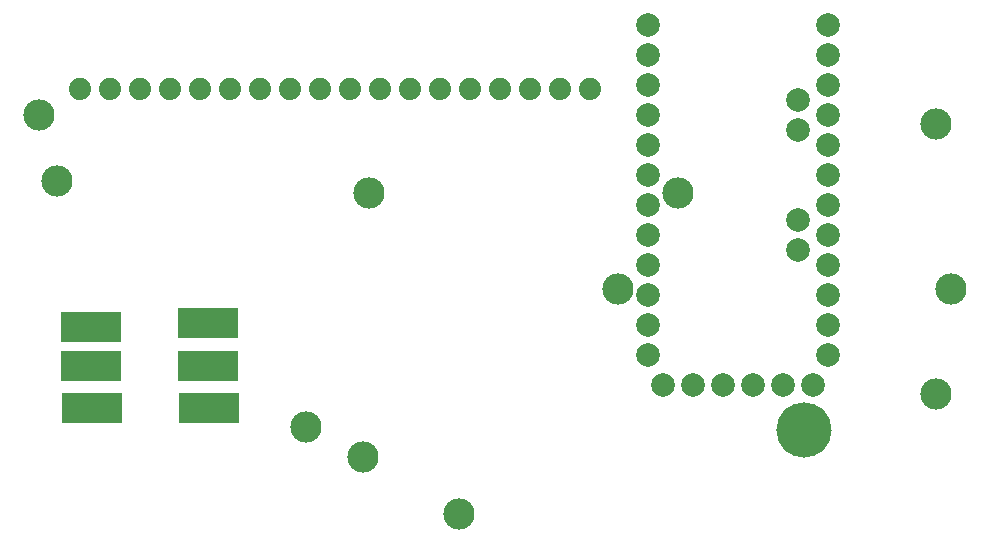
<source format=gbr>
G04 EAGLE Gerber X2 export*
%TF.Part,Single*%
%TF.FileFunction,Soldermask,Bot,1*%
%TF.FilePolarity,Negative*%
%TF.GenerationSoftware,Autodesk,EAGLE,9.1.0*%
%TF.CreationDate,2019-02-06T17:54:37Z*%
G75*
%MOMM*%
%FSLAX34Y34*%
%LPD*%
%AMOC8*
5,1,8,0,0,1.08239X$1,22.5*%
G01*
%ADD10C,4.673600*%
%ADD11C,2.641600*%
%ADD12C,1.879600*%
%ADD13C,2.006600*%
%ADD14R,5.181600X2.641600*%


D10*
X673100Y165100D03*
D11*
X25400Y431800D03*
X784860Y424180D03*
X784860Y195580D03*
X304800Y365760D03*
X566420Y365760D03*
X299720Y142240D03*
X515620Y284480D03*
X251460Y167640D03*
X381000Y93980D03*
X797560Y284480D03*
X40640Y375920D03*
D12*
X60249Y454152D03*
X85649Y454152D03*
X111049Y454152D03*
X136449Y454152D03*
X161849Y454152D03*
X187249Y454152D03*
X212649Y454152D03*
X238049Y454152D03*
X263449Y454152D03*
X288849Y454152D03*
X314249Y454152D03*
X339649Y454152D03*
X365049Y454152D03*
X390449Y454152D03*
X415849Y454152D03*
X441249Y454152D03*
X466649Y454152D03*
X492049Y454152D03*
D13*
X553415Y203606D03*
X578815Y203606D03*
X604215Y203606D03*
X629615Y203606D03*
X655015Y203606D03*
X680415Y203606D03*
X540715Y229006D03*
X540715Y254406D03*
X540715Y279806D03*
X540715Y305206D03*
X540715Y330606D03*
X540715Y356006D03*
X540715Y381406D03*
X693115Y229006D03*
X693115Y254406D03*
X693115Y279806D03*
X693115Y305206D03*
X693115Y330606D03*
X667715Y317906D03*
X667715Y343306D03*
X693115Y356006D03*
X693115Y381406D03*
X693115Y406806D03*
X693115Y432206D03*
X693115Y457606D03*
X693115Y483006D03*
X693115Y508406D03*
X667715Y419506D03*
X667715Y444906D03*
X540715Y406806D03*
X540715Y432206D03*
X540715Y457606D03*
X540715Y483006D03*
X540715Y508406D03*
D14*
X68885Y252984D03*
X69494Y219456D03*
X70104Y184099D03*
X168859Y184099D03*
X168250Y219456D03*
X168250Y256032D03*
M02*

</source>
